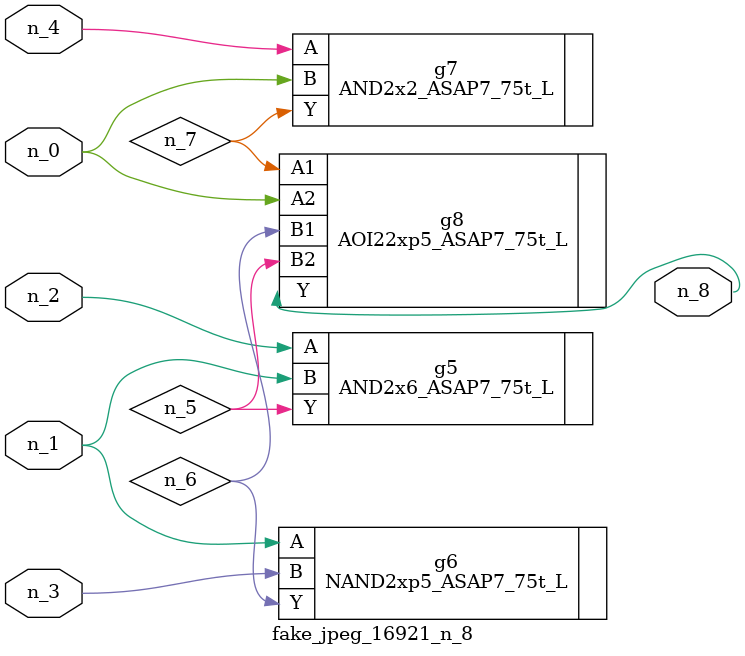
<source format=v>
module fake_jpeg_16921_n_8 (n_3, n_2, n_1, n_0, n_4, n_8);

input n_3;
input n_2;
input n_1;
input n_0;
input n_4;

output n_8;

wire n_6;
wire n_5;
wire n_7;

AND2x6_ASAP7_75t_L g5 ( 
.A(n_2),
.B(n_1),
.Y(n_5)
);

NAND2xp5_ASAP7_75t_L g6 ( 
.A(n_1),
.B(n_3),
.Y(n_6)
);

AND2x2_ASAP7_75t_L g7 ( 
.A(n_4),
.B(n_0),
.Y(n_7)
);

AOI22xp5_ASAP7_75t_L g8 ( 
.A1(n_7),
.A2(n_0),
.B1(n_6),
.B2(n_5),
.Y(n_8)
);


endmodule
</source>
